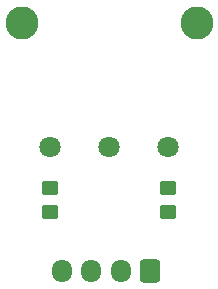
<source format=gbr>
%TF.GenerationSoftware,KiCad,Pcbnew,8.0.4*%
%TF.CreationDate,2024-08-04T23:07:33+09:00*%
%TF.ProjectId,sdvx-encoder-holder,73647678-2d65-46e6-936f-6465722d686f,rev?*%
%TF.SameCoordinates,Original*%
%TF.FileFunction,Soldermask,Top*%
%TF.FilePolarity,Negative*%
%FSLAX46Y46*%
G04 Gerber Fmt 4.6, Leading zero omitted, Abs format (unit mm)*
G04 Created by KiCad (PCBNEW 8.0.4) date 2024-08-04 23:07:33*
%MOMM*%
%LPD*%
G01*
G04 APERTURE LIST*
G04 Aperture macros list*
%AMRoundRect*
0 Rectangle with rounded corners*
0 $1 Rounding radius*
0 $2 $3 $4 $5 $6 $7 $8 $9 X,Y pos of 4 corners*
0 Add a 4 corners polygon primitive as box body*
4,1,4,$2,$3,$4,$5,$6,$7,$8,$9,$2,$3,0*
0 Add four circle primitives for the rounded corners*
1,1,$1+$1,$2,$3*
1,1,$1+$1,$4,$5*
1,1,$1+$1,$6,$7*
1,1,$1+$1,$8,$9*
0 Add four rect primitives between the rounded corners*
20,1,$1+$1,$2,$3,$4,$5,0*
20,1,$1+$1,$4,$5,$6,$7,0*
20,1,$1+$1,$6,$7,$8,$9,0*
20,1,$1+$1,$8,$9,$2,$3,0*%
G04 Aperture macros list end*
%ADD10RoundRect,0.250000X0.450000X-0.350000X0.450000X0.350000X-0.450000X0.350000X-0.450000X-0.350000X0*%
%ADD11C,2.800000*%
%ADD12C,1.803400*%
%ADD13RoundRect,0.250000X0.600000X0.725000X-0.600000X0.725000X-0.600000X-0.725000X0.600000X-0.725000X0*%
%ADD14O,1.700000X1.950000*%
G04 APERTURE END LIST*
D10*
%TO.C,R1*%
X123000000Y-102000000D03*
X123000000Y-100000000D03*
%TD*%
%TO.C,R2*%
X133000000Y-102000000D03*
X133000000Y-100000000D03*
%TD*%
D11*
%TO.C,PEC16-4xxx-Nxxx1*%
X120600000Y-85999998D03*
X135400001Y-85999998D03*
D12*
X123000000Y-96500000D03*
X128000000Y-96500000D03*
X133000000Y-96500000D03*
%TD*%
D13*
%TO.C,J1*%
X131500000Y-106975000D03*
D14*
X129000000Y-106975000D03*
X126500000Y-106975000D03*
X124000000Y-106975000D03*
%TD*%
M02*

</source>
